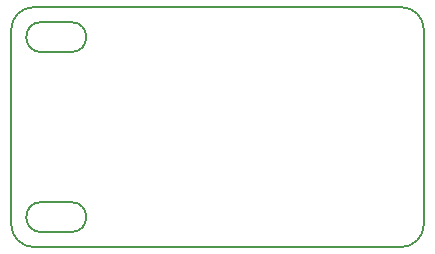
<source format=gm1>
G04 #@! TF.GenerationSoftware,KiCad,Pcbnew,(5.1.2-1)-1*
G04 #@! TF.CreationDate,2019-09-12T00:49:23-04:00*
G04 #@! TF.ProjectId,mouserial-mouse,6d6f7573-6572-4696-916c-2d6d6f757365,rev?*
G04 #@! TF.SameCoordinates,Original*
G04 #@! TF.FileFunction,Profile,NP*
%FSLAX46Y46*%
G04 Gerber Fmt 4.6, Leading zero omitted, Abs format (unit mm)*
G04 Created by KiCad (PCBNEW (5.1.2-1)-1) date 2019-09-12 00:49:23*
%MOMM*%
%LPD*%
G04 APERTURE LIST*
%ADD10C,0.150000*%
G04 APERTURE END LIST*
D10*
X146685000Y-100330000D02*
X149225000Y-100330000D01*
X149225000Y-100330000D02*
G75*
G02X149225000Y-102870000I0J-1270000D01*
G01*
X149225000Y-102870000D02*
X146685000Y-102870000D01*
X146685000Y-102870000D02*
G75*
G02X146685000Y-100330000I0J1270000D01*
G01*
X146050000Y-104140000D02*
G75*
G02X144145000Y-102235000I0J1905000D01*
G01*
X179070000Y-102235000D02*
G75*
G02X177165000Y-104140000I-1905000J0D01*
G01*
X177165000Y-83820000D02*
G75*
G02X179070000Y-85725000I0J-1905000D01*
G01*
X144145000Y-85725000D02*
G75*
G02X146050000Y-83820000I1905000J0D01*
G01*
X146685000Y-87630000D02*
G75*
G02X146685000Y-85090000I0J1270000D01*
G01*
X149225000Y-87630000D02*
X146685000Y-87630000D01*
X149225000Y-85090000D02*
G75*
G02X149225000Y-87630000I0J-1270000D01*
G01*
X146685000Y-85090000D02*
X149225000Y-85090000D01*
X146050000Y-104140000D02*
X177165000Y-104140000D01*
X179070000Y-102235000D02*
X179070000Y-85725000D01*
X144145000Y-85725000D02*
X144145000Y-102235000D01*
X177165000Y-83820000D02*
X146050000Y-83820000D01*
M02*

</source>
